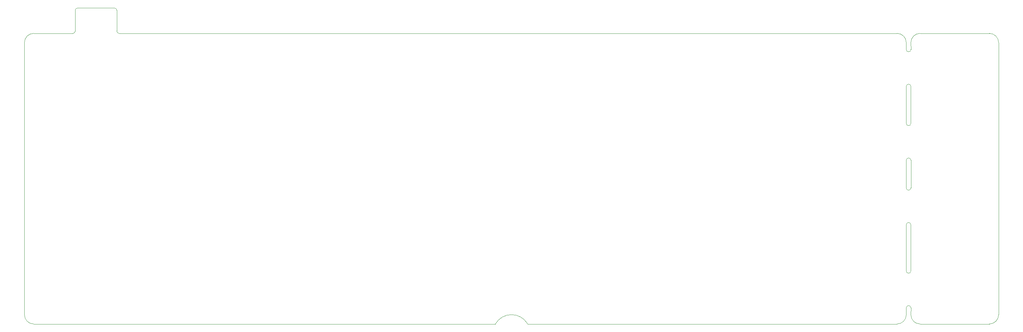
<source format=gm1>
G04 #@! TF.GenerationSoftware,KiCad,Pcbnew,(6.0.5-0)*
G04 #@! TF.CreationDate,2022-06-05T11:18:53-05:00*
G04 #@! TF.ProjectId,pcb,7063622e-6b69-4636-9164-5f7063625858,rev?*
G04 #@! TF.SameCoordinates,Original*
G04 #@! TF.FileFunction,Profile,NP*
%FSLAX46Y46*%
G04 Gerber Fmt 4.6, Leading zero omitted, Abs format (unit mm)*
G04 Created by KiCad (PCBNEW (6.0.5-0)) date 2022-06-05 11:18:53*
%MOMM*%
%LPD*%
G01*
G04 APERTURE LIST*
G04 #@! TA.AperFunction,Profile*
%ADD10C,0.050000*%
G04 #@! TD*
G04 APERTURE END LIST*
D10*
X329182653Y-46645507D02*
G75*
G03*
X326801364Y-44264247I-2381253J7D01*
G01*
X329182624Y-116892433D02*
X329182624Y-46645507D01*
X326801364Y-44264247D02*
X308941974Y-44264247D01*
X308941974Y-44264214D02*
G75*
G03*
X306560714Y-46645507I26J-2381286D01*
G01*
X305370104Y-48431454D02*
G75*
G03*
X306560730Y-48431454I595313J0D01*
G01*
X306560714Y-46645507D02*
X306560730Y-48431454D01*
X305370053Y-46645507D02*
G75*
G03*
X302988844Y-44264247I-2381253J7D01*
G01*
X305370104Y-46645507D02*
X305370104Y-48431454D01*
X302988844Y-44264247D02*
X102368363Y-44264255D01*
X101773050Y-38311125D02*
X101773050Y-43668942D01*
X101773045Y-43668942D02*
G75*
G03*
X102368363Y-44264255I595355J42D01*
G01*
X101772988Y-38311125D02*
G75*
G03*
X101177737Y-37715812I-595288J25D01*
G01*
X91652729Y-37715812D02*
X101177737Y-37715812D01*
X91652729Y-37715816D02*
G75*
G03*
X91057416Y-38311125I-29J-595284D01*
G01*
X91057416Y-43668942D02*
X91057416Y-38311125D01*
X90462103Y-44264216D02*
G75*
G03*
X91057416Y-43668942I-3J595316D01*
G01*
X90462103Y-44264255D02*
X80341790Y-44264247D01*
X80341790Y-44264230D02*
G75*
G03*
X77960530Y-46645507I10J-2381270D01*
G01*
X77960530Y-46645507D02*
X77960522Y-116892441D01*
X77960499Y-116892441D02*
G75*
G03*
X80341782Y-119273701I2381301J41D01*
G01*
X80341782Y-119273701D02*
X199404383Y-119273693D01*
X207738763Y-119273693D02*
X302988844Y-119273701D01*
X306560730Y-115106510D02*
G75*
G03*
X305370104Y-115106510I-595313J0D01*
G01*
X306560699Y-116892441D02*
G75*
G03*
X308941974Y-119273701I2381301J41D01*
G01*
X305370104Y-115106510D02*
X305370104Y-116892441D01*
X306560730Y-115106510D02*
X306560714Y-116892441D01*
X302988844Y-119273704D02*
G75*
G03*
X305370104Y-116892441I-44J2381304D01*
G01*
X326801364Y-119273624D02*
G75*
G03*
X329182624Y-116892433I36J2381224D01*
G01*
X308941974Y-119273701D02*
X326801364Y-119273693D01*
X305370104Y-84150234D02*
X305370104Y-77006478D01*
X306560730Y-77006478D02*
X306560730Y-84150234D01*
X306560730Y-77006478D02*
G75*
G03*
X305370104Y-77006478I-595313J0D01*
G01*
X305370104Y-84150234D02*
G75*
G03*
X306560730Y-84150234I595313J0D01*
G01*
X305370096Y-93675242D02*
X305370096Y-105581502D01*
X305370096Y-105581502D02*
G75*
G03*
X306560722Y-105581502I595313J0D01*
G01*
X306560722Y-93675242D02*
G75*
G03*
X305370096Y-93675242I-595313J0D01*
G01*
X306560722Y-105581502D02*
X306560722Y-93675242D01*
X306560722Y-57956462D02*
G75*
G03*
X305370096Y-57956462I-595313J0D01*
G01*
X306560722Y-67481470D02*
X306560722Y-57956462D01*
X305370096Y-57956462D02*
X305370096Y-67481470D01*
X305370096Y-67481470D02*
G75*
G03*
X306560722Y-67481470I595313J0D01*
G01*
X207738763Y-119273693D02*
G75*
G03*
X199404383Y-119273693I-4167190J-2381252D01*
G01*
M02*

</source>
